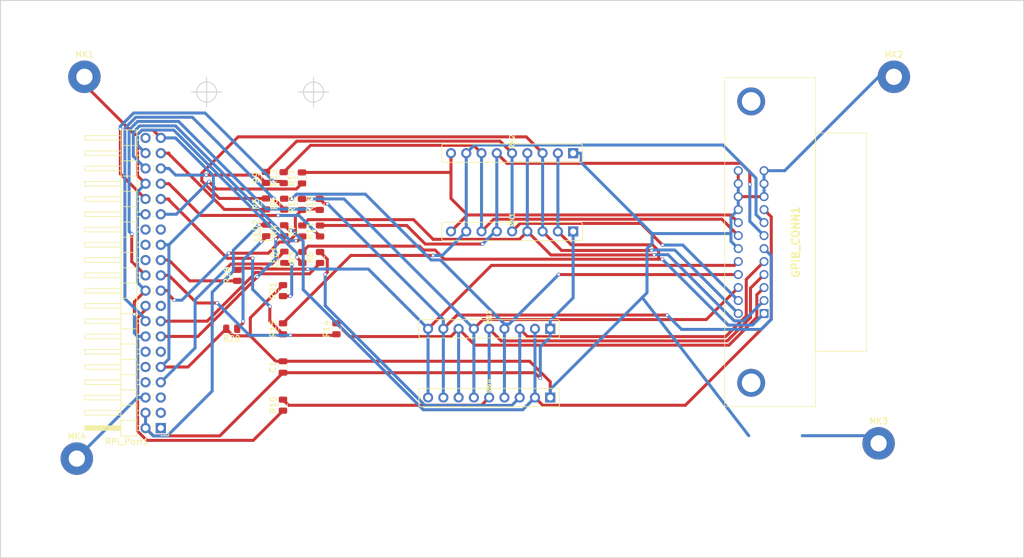
<source format=kicad_pcb>
(kicad_pcb (version 20211014) (generator pcbnew)
  (layers (0 "F.Cu" signal) (31 "B.Cu" signal) (34 "B.Paste" user) (35 "F.Paste" user) (36 "B.SilkS" user "B.Silkscreen") (37 "F.SilkS" user "F.Silkscreen") (38 "B.Mask" user) (39 "F.Mask" user) (44 "Edge.Cuts" user))
  (net 0 "")
  (net 1 "+5V")
  (net 2 "GND")
  (net 3 "/GPIO04")
  (net 4 "Net-(LED1-Pad1)")
  (net 5 "Net-(LED2-Pad1)")
  (net 6 "/DIO01")
  (net 7 "/GPIO20")
  (net 8 "/REN")
  (net 9 "/GPIO27")
  (net 10 "/GPIO26")
  (net 11 "/DIO02")
  (net 12 "/GPIO22")
  (net 13 "/IFC")
  (net 14 "/DIO03")
  (net 15 "/GPIO16")
  (net 16 "/NDAC")
  (net 17 "/GPIO23")
  (net 18 "/GPIO19")
  (net 19 "/DIO04")
  (net 20 "/GPIO24")
  (net 21 "/NRFD")
  (net 22 "/DIO05")
  (net 23 "/GPIO13")
  (net 24 "/DAV")
  (net 25 "/GPIO10")
  (net 26 "/GPIO12")
  (net 27 "/DIO06")
  (net 28 "/GPIO09")
  (net 29 "/EOI")
  (net 30 "/DIO07")
  (net 31 "/GPIO06")
  (net 32 "/ATN")
  (net 33 "/GPIO25")
  (net 34 "/GPIO05")
  (net 35 "/DIO08")
  (net 36 "/GPIO11")
  (net 37 "/SRQ")
  (net 38 "+3V3")
  (net 39 "/GPIO02")
  (net 40 "/GPIO03")
  (net 41 "/GPIO14")
  (net 42 "/GPIO15")
  (net 43 "/GPIO17")
  (net 44 "/GPIO18")
  (net 46 "/GPIO08")
  (net 47 "/GPIO07")
  (net 48 "/ID_SD")
  (net 49 "/ID_SC")
  (net 50 "/GPIO21")
  (footprint "Capacitor_SMD:C_0805_2012Metric" (layer "F.Cu") (at 111.76 106.68 90)
    (fp_text reference "C1")
    (fp_text value "220n")
  )
  (footprint "LED_SMD:LED_0805_2012Metric" (layer "F.Cu") (at 111.98 88.425 90)
    (fp_text reference "LED1")
    (fp_text value "ACT_LED")
  )
  (footprint "LED_SMD:LED_0805_2012Metric" (layer "F.Cu") (at 108.97 83.975 90)
    (fp_text reference "LED2")
    (fp_text value "PWR_LED")
  )
  (footprint "Resistor_SMD:R_0805_2012Metric" (layer "F.Cu") (at 114.975 88.465 90)
    (fp_text reference "R3")
    (fp_text value "100")
  )
  (footprint "Resistor_SMD:R_0805_2012Metric" (layer "F.Cu") (at 111.965 84.015 90)
    (fp_text reference "R4")
    (fp_text value "100")
  )
  (footprint "Resistor_SMD:R_0805_2012Metric" (layer "F.Cu") (at 108.925 79.565 90)
    (fp_text reference "R5")
    (fp_text value "100")
  )
  (footprint "Resistor_SMD:R_0805_2012Metric" (layer "F.Cu") (at 117.925 88.465 90)
    (fp_text reference "R6")
    (fp_text value "100")
  )
  (footprint "Resistor_SMD:R_0805_2012Metric" (layer "F.Cu") (at 114.975 84.055 90)
    (fp_text reference "R7")
    (fp_text value "100")
  )
  (footprint "Resistor_SMD:R_0805_2012Metric" (layer "F.Cu") (at 111.965 79.605 90)
    (fp_text reference "R8")
    (fp_text value "100")
  )
  (footprint "Resistor_SMD:R_0805_2012Metric" (layer "F.Cu") (at 108.925 75.155 90)
    (fp_text reference "R9")
    (fp_text value "100")
  )
  (footprint "Resistor_SMD:R_0805_2012Metric" (layer "F.Cu") (at 111.76 113.03 90)
    (fp_text reference "R10")
    (fp_text value "100")
  )
  (footprint "Resistor_SMD:R_0805_2012Metric" (layer "F.Cu") (at 117.925 84.055 90)
    (fp_text reference "R11")
    (fp_text value "100")
  )
  (footprint "Resistor_SMD:R_0805_2012Metric" (layer "F.Cu") (at 114.915 79.645 90)
    (fp_text reference "R12")
    (fp_text value "100")
  )
  (footprint "Resistor_SMD:R_0805_2012Metric" (layer "F.Cu") (at 111.875 75.195 90)
    (fp_text reference "R13")
    (fp_text value "100")
  )
  (footprint "Resistor_SMD:R_0805_2012Metric" (layer "F.Cu") (at 120.65 100.33 90)
    (fp_text reference "R14")
    (fp_text value "100")
  )
  (footprint "Resistor_SMD:R_0805_2012Metric" (layer "F.Cu") (at 111.76 100.33 90)
    (fp_text reference "R15")
    (fp_text value "100")
  )
  (footprint "Resistor_SMD:R_0805_2012Metric" (layer "F.Cu") (at 117.865 79.645 90)
    (fp_text reference "R16")
    (fp_text value "100")
  )
  (footprint "Resistor_SMD:R_0805_2012Metric" (layer "F.Cu") (at 114.915 75.235 90)
    (fp_text reference "R17")
    (fp_text value "100")
  )
  (footprint "Resistor_SMD:R_0805_2012Metric" (layer "F.Cu") (at 104.14 91.44 90)
    (fp_text reference "R18")
    (fp_text value "100")
  )
  (footprint "Resistor_SMD:R_0805_2012Metric" (layer "F.Cu") (at 103.228 100.33 180)
    (fp_text reference "R20")
    (fp_text value "1k")
  )
  (footprint "Resistor_SMD:R_0805_2012Metric" (layer "F.Cu") (at 111.76 93.98 90)
    (fp_text reference "R21")
    (fp_text value "1k")
  )
  (footprint "Connector_PinHeader_2.54mm:PinHeader_2x20_P2.54mm_Horizontal" (layer "F.Cu") (at 91.44 116.84 180)
    (fp_text reference "RPi_Port1")
    (fp_text value "Raspberry_IO_Port")
  )
  (footprint "Resistors_ThroughHole:Resistor_array_SIP9_3k3" (layer "F.Cu") (at 146.05 100.33 -90)
    (fp_text reference "RN3")
    (fp_text value "3k3")
  )
  (footprint "Resistors_ThroughHole:Resistor_array_SIP9_6k8" (layer "F.Cu") (at 149.86 71.12 -90)
    (fp_text reference "RN2")
    (fp_text value "6k8")
  )
  (footprint "Resistors_ThroughHole:Resistor_array_SIP9_3k3" (layer "F.Cu") (at 149.86 84.138 -90)
    (fp_text reference "RN1")
    (fp_text value "3k3")
  )
  (footprint "MountingHole:MountingHole_2.7mm_M2.5_Pad" (layer "F.Cu") (at 77.47 121.92)
    (fp_text reference "MK4")
    (fp_text value "Mounting_Hole_PAD")
  )
  (footprint "MountingHole:MountingHole_2.7mm_M2.5_Pad" (layer "F.Cu") (at 213.36 58.42)
    (fp_text reference "MK2")
    (fp_text value "Mounting_Hole_PAD")
  )
  (footprint "MountingHole:MountingHole_2.7mm_M2.5_Pad" (layer "F.Cu") (at 78.74 58.42)
    (fp_text reference "MK1")
    (fp_text value "Mounting_Hole_PAD")
  )
  (footprint "Resistors_ThroughHole:Resistor_array_SIP9_6k8" (layer "F.Cu") (at 146.05 111.76 -90)
    (fp_text reference "RN4")
    (fp_text value "6k8")
  )
  (footprint "Connector_Centronics:112024113R001" (layer "F.Cu") (at 191.77 97.79 90)
    (fp_text reference "GPIB_CONN1")
    (fp_text value "CENTRONICS_02X12" hide)
  )
  (footprint "MountingHole:MountingHole_2.7mm_M2.5_Pad" (layer "F.Cu") (at 210.82 119.38)
    (fp_text reference "MK3")
    (fp_text value "Mounting_Hole_PAD")
  )
  (gr_line (start 64.77 45.72) (end 64.77 138.43) (layer "Edge.Cuts") (width 0.15))
  (gr_line (start 234.95 45.72) (end 64.77 45.72) (layer "Edge.Cuts") (width 0.15))
  (gr_line (start 234.95 138.43) (end 234.95 45.72) (layer "Edge.Cuts") (width 0.15))
  (gr_line (start 64.77 138.43) (end 234.95 138.43) (layer "Edge.Cuts") (width 0.15))
  (target plus (at 99.06 60.96) (size 5) (width 0.15) (layer "Edge.Cuts"))
  (target plus (at 116.84 60.96) (size 5) (width 0.15) (layer "Edge.Cuts"))
  (segment (start 153.6353 107.63) (end 154.5568 108.5515) (width 0.5) (layer "F.Cu") (net 1))
  (segment (start 101.2496 118.1404) (end 111.76 107.63) (width 0.5) (layer "F.Cu") (net 1))
  (segment (start 88.9 116.84) (end 90.2004 118.1404) (width 0.5) (layer "F.Cu") (net 1))
  (segment (start 90.2004 118.1404) (end 101.2496 118.1404) (width 0.5) (layer "F.Cu") (net 1))
  (segment (start 108.97 83.0375) (end 107.7317 83.0375) (width 0.5) (layer "F.Cu") (net 1))
  (segment (start 111.76 107.63) (end 153.6353 107.63) (width 0.5) (layer "F.Cu") (net 1))
  (via (at 154.5568 108.5515) (size 0.6) (drill 0.4) (layers "F.Cu" "B.Cu") (net 1))
  (via (at 107.7317 83.0375) (size 0.6) (drill 0.4) (layers "F.Cu" "B.Cu") (net 1))
  (segment (start 88.9 116.84) (end 90.2004 118.1404) (width 0.5) (layer "B.Cu") (net 1))
  (segment (start 88.9 114.3) (end 88.9 116.84) (width 0.5) (layer "B.Cu") (net 1))
  (segment (start 90.2004 118.1404) (end 92.5244 118.1404) (width 0.5) (layer "B.Cu") (net 1))
  (segment (start 92.5244 118.1404) (end 99.989 110.6758) (width 0.5) (layer "B.Cu") (net 1))
  (segment (start 103.5048 90.7398) (end 103.5048 87.2644) (width 0.5) (layer "B.Cu") (net 1))
  (segment (start 156.21 101.6682) (end 154.5569 103.3213) (width 0.5) (layer "B.Cu") (net 1))
  (segment (start 156.21 100.33) (end 156.21 101.6682) (width 0.5) (layer "B.Cu") (net 1))
  (segment (start 154.5569 108.5515) (end 154.5568 108.5515) (width 0.5) (layer "B.Cu") (net 1))
  (segment (start 156.21 98.9918) (end 160.02 95.1818) (width 0.5) (layer "B.Cu") (net 1))
  (segment (start 99.989 94.2556) (end 103.5048 90.7398) (width 0.5) (layer "B.Cu") (net 1))
  (segment (start 99.989 110.6758) (end 99.989 94.2556) (width 0.5) (layer "B.Cu") (net 1))
  (segment (start 156.21 100.33) (end 156.21 98.9918) (width 0.5) (layer "B.Cu") (net 1))
  (segment (start 103.5048 87.2644) (end 107.7317 83.0375) (width 0.5) (layer "B.Cu") (net 1))
  (segment (start 160.02 95.1818) (end 160.02 84.138) (width 0.5) (layer "B.Cu") (net 1))
  (segment (start 154.5569 103.3213) (end 154.5569 108.5515) (width 0.5) (layer "B.Cu") (net 1))
  (segment (start 187.48 74.03) (end 187.48 76.19) (width 0.5) (layer "F.Cu") (net 2))
  (segment (start 187.48 78.35) (end 191.77 78.35) (width 0.5) (layer "F.Cu") (net 2))
  (segment (start 88.3021 67.2797) (end 87.5728 68.009) (width 0.5) (layer "F.Cu") (net 2))
  (segment (start 92.79 78.74) (end 92.79 78.9088) (width 0.5) (layer "F.Cu") (net 2))
  (segment (start 156.21 111.76) (end 156.21 110.4218) (width 0.5) (layer "F.Cu") (net 2))
  (segment (start 91.44 106.68) (end 95.9655 106.68) (width 0.5) (layer "F.Cu") (net 2))
  (segment (start 106.3293 98.4982) (end 106.3293 101.5027) (width 0.5) (layer "F.Cu") (net 2))
  (segment (start 106.3293 101.5027) (end 110.5566 105.73) (width 0.5) (layer "F.Cu") (net 2))
  (segment (start 91.44 68.58) (end 90.1397 67.2797) (width 0.5) (layer "F.Cu") (net 2))
  (segment (start 109.5709 99.0534) (end 111.76 101.2425) (width 0.5) (layer "F.Cu") (net 2))
  (segment (start 110.5566 105.73) (end 111.76 105.73) (width 0.5) (layer "F.Cu") (net 2))
  (segment (start 102.4886 88.6074) (end 106.7047 88.6074) (width 0.5) (layer "F.Cu") (net 2))
  (segment (start 156.21 109.1435) (end 152.7965 105.73) (width 0.5) (layer "F.Cu") (net 2))
  (segment (start 87.5728 68.009) (end 87.5728 74.8728) (width 0.5) (layer "F.Cu") (net 2))
  (segment (start 78.74 59.69) (end 78.74 58.42) (width 0.5) (layer "F.Cu") (net 2))
  (segment (start 92.79 78.9088) (end 102.4886 88.6074) (width 0.5) (layer "F.Cu") (net 2))
  (segment (start 87.0436 95.8364) (end 87.0436 97.9404) (width 0.5) (layer "F.Cu") (net 2))
  (segment (start 156.21 110.4218) (end 156.21 109.1435) (width 0.5) (layer "F.Cu") (net 2))
  (segment (start 88.9 93.98) (end 87.0436 95.8364) (width 0.5) (layer "F.Cu") (net 2))
  (segment (start 95.9655 106.68) (end 102.3155 100.33) (width 0.5) (layer "F.Cu") (net 2))
  (segment (start 152.7965 105.73) (end 111.76 105.73) (width 0.5) (layer "F.Cu") (net 2))
  (segment (start 111.76 93.0675) (end 106.3293 98.4982) (width 0.5) (layer "F.Cu") (net 2))
  (segment (start 103.4882 101.5027) (end 102.3155 100.33) (width 0.5) (layer "F.Cu") (net 2))
  (segment (start 87.059 68.009) (end 78.74 59.69) (width 0.5) (layer "F.Cu") (net 2))
  (segment (start 91.44 78.74) (end 92.79 78.74) (width 0.5) (layer "F.Cu") (net 2))
  (segment (start 87.5728 74.8728) (end 88.9 76.2) (width 0.5) (layer "F.Cu") (net 2))
  (segment (start 109.5709 96.6245) (end 109.5709 99.0534) (width 0.5) (layer "F.Cu") (net 2))
  (segment (start 106.3293 101.5027) (end 103.4882 101.5027) (width 0.5) (layer "F.Cu") (net 2))
  (segment (start 87.5728 68.009) (end 87.059 68.009) (width 0.5) (layer "F.Cu") (net 2))
  (segment (start 90.1397 67.2797) (end 88.3021 67.2797) (width 0.5) (layer "F.Cu") (net 2))
  (via (at 106.7047 88.6074) (size 0.6) (drill 0.4) (layers "F.Cu" "B.Cu") (net 2))
  (via (at 87.0436 97.9404) (size 0.6) (drill 0.4) (layers "F.Cu" "B.Cu") (net 2))
  (via (at 109.5709 96.6245) (size 0.6) (drill 0.4) (layers "F.Cu" "B.Cu") (net 2))
  (segment (start 88.9 101.6) (end 87.5989 101.6) (width 0.5) (layer "B.Cu") (net 2))
  (segment (start 92.79 86.36) (end 100.1843 78.9657) (width 0.5) (layer "B.Cu") (net 2))
  (segment (start 186.2677 84.4887) (end 173.155 84.4887) (width 0.5) (layer "B.Cu") (net 2))
  (segment (start 187.48 76.19) (end 187.48 78.35) (width 0.5) (layer "B.Cu") (net 2))
  (segment (start 87.5989 101.6) (end 87.5989 111.7111) (width 0.5) (layer "B.Cu") (net 2))
  (segment (start 187.48 80.51) (end 186.2677 81.7223) (width 0.5) (layer "B.Cu") (net 2))
  (segment (start 171.5092 95.1226) (end 189.23 118.11) (width 0.5) (layer "B.Cu") (net 2))
  (segment (start 100.1843 74.8843) (end 93.88 68.58) (width 0.5) (layer "B.Cu") (net 2))
  (segment (start 87.0436 97.9404) (end 87.0436 101.0447) (width 0.5) (layer "B.Cu") (net 2))
  (segment (start 210.82 58.42) (end 213.36 58.42) (width 0.5) (layer "B.Cu") (net 2))
  (segment (start 161.3582 71.12) (end 161.3582 72.6919) (width 0.5) (layer "B.Cu") (net 2))
  (segment (start 87.5989 111.7111) (end 87.55 111.76) (width 0.5) (layer "B.Cu") (net 2))
  (segment (start 186.2677 85.7777) (end 187.48 86.99) (width 0.5) (layer "B.Cu") (net 2))
  (segment (start 87.5715 92.6515) (end 88.9 93.98) (width 0.5) (layer "B.Cu") (net 2))
  (segment (start 91.44 86.36) (end 92.79 86.36) (width 0.5) (layer "B.Cu") (net 2))
  (segment (start 191.77 76.19) (end 191.77 78.35) (width 0.5) (layer "B.Cu") (net 2))
  (segment (start 87.5715 77.5285) (end 87.5715 81.28) (width 0.5) (layer "B.Cu") (net 2))
  (segment (start 87.0436 101.0447) (end 87.5989 101.6) (width 0.5) (layer "B.Cu") (net 2))
  (segment (start 88.9 111.76) (end 87.55 111.76) (width 0.5) (layer "B.Cu") (net 2))
  (segment (start 88.9 81.28) (end 87.5715 81.28) (width 0.5) (layer "B.Cu") (net 2))
  (segment (start 92.79 105.33) (end 92.79 86.36) (width 0.5) (layer "B.Cu") (net 2))
  (segment (start 91.44 68.58) (end 92.79 68.58) (width 0.5) (layer "B.Cu") (net 2))
  (segment (start 195.21 74.03) (end 210.82 58.42) (width 0.5) (layer "B.Cu") (net 2))
  (segment (start 100.1843 78.9657) (end 100.1843 74.8843) (width 0.5) (layer "B.Cu") (net 2))
  (segment (start 191.77 74.03) (end 195.21 74.03) (width 0.5) (layer "B.Cu") (net 2))
  (segment (start 171.5092 95.1226) (end 156.21 110.4218) (width 0.5) (layer "B.Cu") (net 2))
  (segment (start 91.44 106.68) (end 92.79 105.33) (width 0.5) (layer "B.Cu") (net 2))
  (segment (start 106.7047 93.7583) (end 109.5709 96.6245) (width 0.5) (layer "B.Cu") (net 2))
  (segment (start 172.3023 94.3295) (end 171.5092 95.1226) (width 0.5) (layer "B.Cu") (net 2))
  (segment (start 106.7047 88.6074) (end 106.7047 93.7583) (width 0.5) (layer "B.Cu") (net 2))
  (segment (start 87.5715 81.28) (end 87.5715 92.6515) (width 0.5) (layer "B.Cu") (net 2))
  (segment (start 173.155 84.4887) (end 173.155 86.1395) (width 0.5) (layer "B.Cu") (net 2))
  (segment (start 173.155 86.1395) (end 172.3023 86.9922) (width 0.5) (layer "B.Cu") (net 2))
  (segment (start 93.88 68.58) (end 92.79 68.58) (width 0.5) (layer "B.Cu") (net 2))
  (segment (start 87.55 111.76) (end 77.47 121.84) (width 0.5) (layer "B.Cu") (net 2))
  (segment (start 187.48 78.35) (end 187.48 80.51) (width 0.5) (layer "B.Cu") (net 2))
  (segment (start 77.47 121.84) (end 77.47 121.92) (width 0.5) (layer "B.Cu") (net 2))
  (segment (start 156.21 111.76) (end 156.21 110.4218) (width 0.5) (layer "B.Cu") (net 2))
  (segment (start 198.12 118.11) (end 209.55 118.11) (width 0.5) (layer "B.Cu") (net 2))
  (segment (start 209.55 118.11) (end 210.82 119.38) (width 0.5) (layer "B.Cu") (net 2))
  (segment (start 88.9 76.2) (end 87.5715 77.5285) (width 0.5) (layer "B.Cu") (net 2))
  (segment (start 186.2677 81.7223) (end 186.2677 84.4887) (width 0.5) (layer "B.Cu") (net 2))
  (segment (start 191.77 74.03) (end 191.77 76.19) (width 0.5) (layer "B.Cu") (net 2))
  (segment (start 161.3582 72.6919) (end 173.155 84.4887) (width 0.5) (layer "B.Cu") (net 2))
  (segment (start 172.3023 86.9922) (end 172.3023 94.3295) (width 0.5) (layer "B.Cu") (net 2))
  (segment (start 160.02 71.12) (end 161.3582 71.12) (width 0.5) (layer "B.Cu") (net 2))
  (segment (start 186.2677 84.4887) (end 186.2677 85.7777) (width 0.5) (layer "B.Cu") (net 2))
  (segment (start 117.0159 84.0584) (end 117.0026 84.0584) (width 0.5) (layer "F.Cu") (net 3))
  (segment (start 91.44 76.2) (end 92.79 76.2) (width 0.5) (layer "F.Cu") (net 3))
  (segment (start 109.9136 89.5539) (end 111.98 87.4875) (width 0.5) (layer "F.Cu") (net 3))
  (segment (start 110.9582 81.4772) (end 98.0672 81.4772) (width 0.5) (layer "F.Cu") (net 3))
  (segment (start 117.925 84.9675) (end 117.0159 84.0584) (width 0.5) (layer "F.Cu") (net 3))
  (segment (start 102.366 90.2932) (end 103.1053 89.5539) (width 0.5) (layer "F.Cu") (net 3))
  (segment (start 98.0672 81.4772) (end 92.79 76.2) (width 0.5) (layer "F.Cu") (net 3))
  (segment (start 103.1053 89.5539) (end 109.9136 89.5539) (width 0.5) (layer "F.Cu") (net 3))
  (via (at 117.0026 84.0584) (size 0.6) (drill 0.4) (layers "F.Cu" "B.Cu") (net 3))
  (via (at 110.9582 81.4772) (size 0.6) (drill 0.4) (layers "F.Cu" "B.Cu") (net 3))
  (via (at 102.366 90.2932) (size 0.6) (drill 0.4) (layers "F.Cu" "B.Cu") (net 3))
  (segment (start 91.44 109.22) (end 97.1424 103.5176) (width 0.5) (layer "B.Cu") (net 3))
  (segment (start 97.1424 103.5176) (end 97.1424 95.5168) (width 0.5) (layer "B.Cu") (net 3))
  (segment (start 114.4214 81.4772) (end 110.9582 81.4772) (width 0.5) (layer "B.Cu") (net 3))
  (segment (start 117.0026 84.0584) (end 114.4214 81.4772) (width 0.5) (layer "B.Cu") (net 3))
  (segment (start 97.1424 95.5168) (end 102.366 90.2932) (width 0.5) (layer "B.Cu") (net 3))
  (segment (start 113.2098 89.6245) (end 112.242 89.6245) (width 0.5) (layer "F.Cu") (net 4))
  (segment (start 112.242 89.6245) (end 111.98 89.3625) (width 0.5) (layer "F.Cu") (net 4))
  (segment (start 111.76 94.8925) (end 112.9857 94.8925) (width 0.5) (layer "F.Cu") (net 4))
  (via (at 113.2098 89.6245) (size 0.6) (drill 0.4) (layers "F.Cu" "B.Cu") (net 4))
  (via (at 112.9857 94.8925) (size 0.6) (drill 0.4) (layers "F.Cu" "B.Cu") (net 4))
  (segment (start 113.2098 89.6245) (end 113.2098 94.6684) (width 0.5) (layer "B.Cu") (net 4))
  (segment (start 113.2098 94.6684) (end 112.9857 94.8925) (width 0.5) (layer "B.Cu") (net 4))
  (segment (start 104.1405 100.33) (end 105.1155 99.355) (width 0.5) (layer "F.Cu") (net 5))
  (segment (start 105.1155 99.355) (end 105.1155 99.0909) (width 0.5) (layer "F.Cu") (net 5))
  (segment (start 108.97 84.9125) (end 108.97 85.0647) (width 0.5) (layer "F.Cu") (net 5))
  (segment (start 108.97 85.0647) (end 108.1488 85.8859) (width 0.5) (layer "F.Cu") (net 5))
  (via (at 108.1488 85.8859) (size 0.6) (drill 0.4) (layers "F.Cu" "B.Cu") (net 5))
  (via (at 105.1155 99.0909) (size 0.6) (drill 0.4) (layers "F.Cu" "B.Cu") (net 5))
  (segment (start 105.1155 88.9192) (end 105.1155 99.0909) (width 0.5) (layer "B.Cu") (net 5))
  (segment (start 108.1488 85.8859) (end 105.1155 88.9192) (width 0.5) (layer "B.Cu") (net 5))
  (segment (start 134.4403 86.5831) (end 115.9444 86.5831) (width 0.5) (layer "F.Cu") (net 6))
  (segment (start 173.2189 86.3599) (end 159.7019 86.3599) (width 0.5) (layer "F.Cu") (net 6))
  (segment (start 174.2331 87.3741) (end 173.2189 86.3599) (width 0.5) (layer "F.Cu") (net 6))
  (segment (start 174.2331 88.7555) (end 174.2331 87.3741) (width 0.5) (layer "F.Cu") (net 6))
  (segment (start 159.7019 86.3599) (end 157.48 84.138) (width 0.5) (layer "F.Cu") (net 6))
  (segment (start 137.0604 87.2306) (end 135.0878 87.2306) (width 0.5) (layer "F.Cu") (net 6))
  (segment (start 174.2331 88.7555) (end 174.8514 88.7555) (width 0.5) (layer "F.Cu") (net 6))
  (segment (start 174.2331 88.7555) (end 138.5853 88.7555) (width 0.5) (layer "F.Cu") (net 6))
  (segment (start 135.0878 87.2306) (end 134.4403 86.5831) (width 0.5) (layer "F.Cu") (net 6))
  (segment (start 138.5853 88.7555) (end 137.0604 87.2306) (width 0.5) (layer "F.Cu") (net 6))
  (segment (start 115.9444 86.5831) (end 114.975 87.5525) (width 0.5) (layer "F.Cu") (net 6))
  (via (at 174.8514 88.7555) (size 0.6) (drill 0.4) (layers "F.Cu" "B.Cu") (net 6))
  (segment (start 157.48 71.12) (end 157.48 84.138) (width 0.5) (layer "B.Cu") (net 6))
  (segment (start 185.812 99.7161) (end 174.8514 88.7555) (width 0.5) (layer "B.Cu") (net 6))
  (segment (start 191.77 97.79) (end 189.8439 99.7161) (width 0.5) (layer "B.Cu") (net 6))
  (segment (start 189.8439 99.7161) (end 185.812 99.7161) (width 0.5) (layer "B.Cu") (net 6))
  (segment (start 114.0396 88.4421) (end 114.975 89.3775) (width 0.5) (layer "F.Cu") (net 7))
  (via (at 114.0396 88.4421) (size 0.6) (drill 0.4) (layers "F.Cu" "B.Cu") (net 7))
  (segment (start 87.5687 68.0302) (end 88.3213 67.2776) (width 0.5) (layer "B.Cu") (net 7))
  (segment (start 88.9 71.12) (end 87.5687 69.7887) (width 0.5) (layer "B.Cu") (net 7))
  (segment (start 93.5845 67.2776) (end 114.0396 87.7327) (width 0.5) (layer "B.Cu") (net 7))
  (segment (start 87.5687 69.7887) (end 87.5687 68.0302) (width 0.5) (layer "B.Cu") (net 7))
  (segment (start 114.0396 87.7327) (end 114.0396 88.4421) (width 0.5) (layer "B.Cu") (net 7))
  (segment (start 88.3213 67.2776) (end 93.5845 67.2776) (width 0.5) (layer "B.Cu") (net 7))
  (segment (start 112.8218 83.9593) (end 111.965 83.1025) (width 0.5) (layer "F.Cu") (net 8))
  (segment (start 192.9704 98.7576) (end 178.6794 113.0486) (width 0.5) (layer "F.Cu") (net 8))
  (segment (start 154.9586 113.0486) (end 153.67 111.76) (width 0.5) (layer "F.Cu") (net 8))
  (segment (start 178.6794 113.0486) (end 154.9586 113.0486) (width 0.5) (layer "F.Cu") (net 8))
  (segment (start 113.0641 83.9593) (end 112.8218 83.9593) (width 0.5) (layer "F.Cu") (net 8))
  (segment (start 191.77 80.51) (end 192.9704 81.7104) (width 0.5) (layer "F.Cu") (net 8))
  (segment (start 192.9704 81.7104) (end 192.9704 98.7576) (width 0.5) (layer "F.Cu") (net 8))
  (via (at 113.0641 83.9593) (size 0.6) (drill 0.4) (layers "F.Cu" "B.Cu") (net 8))
  (segment (start 113.2806 83.9593) (end 113.0641 83.9593) (width 0.5) (layer "B.Cu") (net 8))
  (segment (start 151.6399 113.7901) (end 135.0934 113.7901) (width 0.5) (layer "B.Cu") (net 8))
  (segment (start 153.67 100.33) (end 153.67 111.76) (width 0.5) (layer "B.Cu") (net 8))
  (segment (start 153.67 111.76) (end 151.6399 113.7901) (width 0.5) (layer "B.Cu") (net 8))
  (segment (start 135.0934 113.7901) (end 115.1207 93.8174) (width 0.5) (layer "B.Cu") (net 8))
  (segment (start 115.1207 85.7994) (end 113.2806 83.9593) (width 0.5) (layer "B.Cu") (net 8))
  (segment (start 115.1207 93.8174) (end 115.1207 85.7994) (width 0.5) (layer "B.Cu") (net 8))
  (segment (start 97.6061 101.6) (end 107.5012 91.7049) (width 0.5) (layer "F.Cu") (net 9))
  (segment (start 91.44 101.6) (end 97.6061 101.6) (width 0.5) (layer "F.Cu") (net 9))
  (segment (start 110.5663 85.4217) (end 111.0605 84.9275) (width 0.5) (layer "F.Cu") (net 9))
  (segment (start 111.0605 84.9275) (end 111.965 84.9275) (width 0.5) (layer "F.Cu") (net 9))
  (via (at 107.5012 91.7049) (size 0.6) (drill 0.4) (layers "F.Cu" "B.Cu") (net 9))
  (via (at 110.5663 85.4217) (size 0.6) (drill 0.4) (layers "F.Cu" "B.Cu") (net 9))
  (segment (start 107.5012 91.7049) (end 110.5663 88.6398) (width 0.5) (layer "B.Cu") (net 9))
  (segment (start 110.5663 88.6398) (end 110.5663 85.4217) (width 0.5) (layer "B.Cu") (net 9))
  (segment (start 91.44 71.12) (end 92.79 71.12) (width 0.5) (layer "F.Cu") (net 10))
  (segment (start 92.79 71.12) (end 92.79 71.2639) (width 0.5) (layer "F.Cu") (net 10))
  (segment (start 92.79 71.2639) (end 102.0036 80.4775) (width 0.5) (layer "F.Cu") (net 10))
  (segment (start 102.0036 80.4775) (end 108.925 80.4775) (width 0.5) (layer "F.Cu") (net 10))
  (segment (start 98.2512 75.7346) (end 101.1691 78.6525) (width 0.5) (layer "F.Cu") (net 11))
  (segment (start 154.94 84.138) (end 158.105 87.303) (width 0.5) (layer "F.Cu") (net 11))
  (segment (start 98.2512 74.4539) (end 98.2512 75.7346) (width 0.5) (layer "F.Cu") (net 11))
  (segment (start 104.3002 68.4049) (end 98.2512 74.4539) (width 0.5) (layer "F.Cu") (net 11))
  (segment (start 101.1691 78.6525) (end 108.925 78.6525) (width 0.5) (layer "F.Cu") (net 11))
  (segment (start 152.2249 68.4049) (end 104.3002 68.4049) (width 0.5) (layer "F.Cu") (net 11))
  (segment (start 154.94 71.12) (end 152.2249 68.4049) (width 0.5) (layer "F.Cu") (net 11))
  (segment (start 158.105 87.303) (end 173.0526 87.303) (width 0.5) (layer "F.Cu") (net 11))
  (via (at 173.0526 87.303) (size 0.6) (drill 0.4) (layers "F.Cu" "B.Cu") (net 11))
  (segment (start 154.94 71.12) (end 154.94 84.138) (width 0.5) (layer "B.Cu") (net 11))
  (segment (start 173.1302 87.2254) (end 176.9154 87.2254) (width 0.5) (layer "B.Cu") (net 11))
  (segment (start 173.0526 87.303) (end 173.1302 87.2254) (width 0.5) (layer "B.Cu") (net 11))
  (segment (start 176.9154 87.2254) (end 187.48 97.79) (width 0.5) (layer "B.Cu") (net 11))
  (segment (start 106.7509 91.4647) (end 99.1557 99.0599) (width 0.5) (layer "F.Cu") (net 12))
  (segment (start 108.0411 91.1836) (end 107.8121 90.9546) (width 0.5) (layer "F.Cu") (net 12))
  (segment (start 91.44 99.06) (end 92.79 99.06) (width 0.5) (layer "F.Cu") (net 12))
  (segment (start 99.1557 99.0599) (end 92.79 99.0599) (width 0.5) (layer "F.Cu") (net 12))
  (segment (start 116.1552 91.1836) (end 108.0411 91.1836) (width 0.5) (layer "F.Cu") (net 12))
  (segment (start 107.1904 90.9546) (end 106.7509 91.3941) (width 0.5) (layer "F.Cu") (net 12))
  (segment (start 107.8121 90.9546) (end 107.1904 90.9546) (width 0.5) (layer "F.Cu") (net 12))
  (segment (start 92.79 99.0599) (end 92.79 99.06) (width 0.5) (layer "F.Cu") (net 12))
  (segment (start 117.925 89.3775) (end 117.925 89.4138) (width 0.5) (layer "F.Cu") (net 12))
  (segment (start 106.7509 91.3941) (end 106.7509 91.4647) (width 0.5) (layer "F.Cu") (net 12))
  (segment (start 117.925 89.4138) (end 116.1552 91.1836) (width 0.5) (layer "F.Cu") (net 12))
  (segment (start 118.7868 91.282) (end 119.1296 90.9392) (width 0.5) (layer "F.Cu") (net 13))
  (segment (start 119.1296 88.7571) (end 117.925 87.5525) (width 0.5) (layer "F.Cu") (net 13))
  (segment (start 188.8154 98.1859) (end 185.3748 101.6265) (width 0.5) (layer "F.Cu") (net 13))
  (segment (start 188.8154 92.1046) (end 188.8154 98.1859) (width 0.5) (layer "F.Cu") (net 13))
  (segment (start 185.3748 101.6265) (end 152.4265 101.6265) (width 0.5) (layer "F.Cu") (net 13))
  (segment (start 119.1296 90.9392) (end 119.1296 88.7571) (width 0.5) (layer "F.Cu") (net 13))
  (segment (start 152.4265 101.6265) (end 151.13 100.33) (width 0.5) (layer "F.Cu") (net 13))
  (segment (start 191.77 89.15) (end 188.8154 92.1046) (width 0.5) (layer "F.Cu") (net 13))
  (via (at 118.7868 91.282) (size 0.6) (drill 0.4) (layers "F.Cu" "B.Cu") (net 13))
  (segment (start 151.13 100.33) (end 151.13 111.76) (width 0.5) (layer "B.Cu") (net 13))
  (segment (start 135.3626 113.0665) (end 118.7868 96.4907) (width 0.5) (layer "B.Cu") (net 13))
  (segment (start 151.13 111.76) (end 149.8235 113.0665) (width 0.5) (layer "B.Cu") (net 13))
  (segment (start 118.7868 96.4907) (end 118.7868 91.282) (width 0.5) (layer "B.Cu") (net 13))
  (segment (start 149.8235 113.0665) (end 135.3626 113.0665) (width 0.5) (layer "B.Cu") (net 13))
  (segment (start 156.3153 88.0533) (end 173.4344 88.0533) (width 0.5) (layer "F.Cu") (net 14))
  (segment (start 115.9429 82.1746) (end 133.4605 82.1746) (width 0.5) (layer "F.Cu") (net 14))
  (segment (start 133.4605 82.1746) (end 136.7351 85.4492) (width 0.5) (layer "F.Cu") (net 14))
  (segment (start 152.4 84.138) (end 156.3153 88.0533) (width 0.5) (layer "F.Cu") (net 14))
  (segment (start 114.975 83.1425) (end 115.9429 82.1746) (width 0.5) (layer "F.Cu") (net 14))
  (segment (start 136.7351 85.4492) (end 151.0888 85.4492) (width 0.5) (layer "F.Cu") (net 14))
  (segment (start 151.0888 85.4492) (end 152.4 84.138) (width 0.5) (layer "F.Cu") (net 14))
  (segment (start 173.4344 88.0533) (end 173.4825 88.0052) (width 0.5) (layer "F.Cu") (net 14))
  (via (at 173.4825 88.0052) (size 0.6) (drill 0.4) (layers "F.Cu" "B.Cu") (net 14))
  (segment (start 175.8028 88.0052) (end 186.8133 99.0157) (width 0.5) (layer "B.Cu") (net 14))
  (segment (start 152.4 84.138) (end 152.4 71.12) (width 0.5) (layer "B.Cu") (net 14))
  (segment (start 173.4825 88.0052) (end 175.8028 88.0052) (width 0.5) (layer "B.Cu") (net 14))
  (segment (start 186.8133 99.0157) (end 188.3843 99.0157) (width 0.5) (layer "B.Cu") (net 14))
  (segment (start 188.3843 99.0157) (end 191.77 95.63) (width 0.5) (layer "B.Cu") (net 14))
  (segment (start 113.9061 85.6781) (end 114.2644 85.6781) (width 0.5) (layer "F.Cu") (net 15))
  (segment (start 114.2644 85.6781) (end 114.975 84.9675) (width 0.5) (layer "F.Cu") (net 15))
  (via (at 113.9061 85.6781) (size 0.6) (drill 0.4) (layers "F.Cu" "B.Cu") (net 15))
  (segment (start 112.9755 85.6781) (end 113.9061 85.6781) (width 0.5) (layer "B.Cu") (net 15))
  (segment (start 93.8746 66.5772) (end 112.9755 85.6781) (width 0.5) (layer "B.Cu") (net 15))
  (segment (start 86.8683 71.6283) (end 86.8683 67.6229) (width 0.5) (layer "B.Cu") (net 15))
  (segment (start 86.8683 67.6229) (end 87.914 66.5772) (width 0.5) (layer "B.Cu") (net 15))
  (segment (start 87.914 66.5772) (end 93.8746 66.5772) (width 0.5) (layer "B.Cu") (net 15))
  (segment (start 88.9 73.66) (end 86.8683 71.6283) (width 0.5) (layer "B.Cu") (net 15))
  (segment (start 187.48 91.31) (end 157.61 91.31) (width 0.5) (layer "F.Cu") (net 16))
  (segment (start 112.0301 78.7576) (end 111.965 78.6925) (width 0.5) (layer "F.Cu") (net 16))
  (segment (start 113.2024 78.7576) (end 112.0301 78.7576) (width 0.5) (layer "F.Cu") (net 16))
  (via (at 113.2024 78.7576) (size 0.6) (drill 0.4) (layers "F.Cu" "B.Cu") (net 16))
  (via (at 157.61 91.31) (size 0.6) (drill 0.4) (layers "F.Cu" "B.Cu") (net 16))
  (segment (start 148.59 100.33) (end 148.59 99.5291) (width 0.5) (layer "B.Cu") (net 16))
  (segment (start 114.0202 77.9398) (end 125.4617 77.9398) (width 0.5) (layer "B.Cu") (net 16))
  (segment (start 113.2024 78.7576) (end 114.0202 77.9398) (width 0.5) (layer "B.Cu") (net 16))
  (segment (start 148.59 100.33) (end 148.59 111.76) (width 0.5) (layer "B.Cu") (net 16))
  (segment (start 149.3909 99.5291) (end 148.59 99.5291) (width 0.5) (layer "B.Cu") (net 16))
  (segment (start 125.4617 77.9398) (end 136.4031 88.8812) (width 0.5) (layer "B.Cu") (net 16))
  (segment (start 137.9421 88.8812) (end 148.59 99.5291) (width 0.5) (layer "B.Cu") (net 16))
  (segment (start 136.4031 88.8812) (end 137.9421 88.8812) (width 0.5) (layer "B.Cu") (net 16))
  (segment (start 157.61 91.31) (end 149.3909 99.5291) (width 0.5) (layer "B.Cu") (net 16))
  (segment (start 107.6222 74.7647) (end 99.0015 74.7647) (width 0.5) (layer "F.Cu") (net 18))
  (segment (start 108.925 76.0675) (end 107.6222 74.7647) (width 0.5) (layer "F.Cu") (net 18))
  (via (at 99.0015 74.7647) (size 0.6) (drill 0.4) (layers "F.Cu" "B.Cu") (net 18))
  (segment (start 91.44 73.66) (end 92.79 73.66) (width 0.5) (layer "B.Cu") (net 18))
  (segment (start 93.8947 74.7647) (end 99.0015 74.7647) (width 0.5) (layer "B.Cu") (net 18))
  (segment (start 92.79 73.66) (end 93.8947 74.7647) (width 0.5) (layer "B.Cu") (net 18))
  (segment (start 108.925 74.2425) (end 114.0502 69.1173) (width 0.5) (layer "F.Cu") (net 19))
  (segment (start 147.8573 69.1173) (end 149.86 71.12) (width 0.5) (layer "F.Cu") (net 19))
  (segment (start 151.1935 82.8045) (end 149.86 84.138) (width 0.5) (layer "F.Cu") (net 19))
  (segment (start 171.2883 82.8045) (end 151.1935 82.8045) (width 0.5) (layer "F.Cu") (net 19))
  (segment (start 114.0502 69.1173) (end 147.8573 69.1173) (width 0.5) (layer "F.Cu") (net 19))
  (segment (start 174.8813 86.3975) (end 171.2883 82.8045) (width 0.5) (layer "F.Cu") (net 19))
  (via (at 174.8813 86.3975) (size 0.6) (drill 0.4) (layers "F.Cu" "B.Cu") (net 19))
  (segment (start 178.2475 86.3975) (end 174.8813 86.3975) (width 0.5) (layer "B.Cu") (net 19))
  (segment (start 187.48 95.63) (end 178.2475 86.3975) (width 0.5) (layer "B.Cu") (net 19))
  (segment (start 149.86 71.12) (end 149.86 84.138) (width 0.5) (layer "B.Cu") (net 19))
  (segment (start 144.7568 113.0532) (end 112.6957 113.0532) (width 0.5) (layer "F.Cu") (net 21))
  (segment (start 146.05 111.76) (end 144.7568 113.0532) (width 0.5) (layer "F.Cu") (net 21))
  (segment (start 185.6518 102.34) (end 148.06 102.34) (width 0.5) (layer "F.Cu") (net 21))
  (segment (start 191.77 91.31) (end 189.5157 93.5643) (width 0.5) (layer "F.Cu") (net 21))
  (segment (start 189.5157 98.4761) (end 185.6518 102.34) (width 0.5) (layer "F.Cu") (net 21))
  (segment (start 189.5157 93.5643) (end 189.5157 98.4761) (width 0.5) (layer "F.Cu") (net 21))
  (segment (start 112.6957 113.0532) (end 111.76 112.1175) (width 0.5) (layer "F.Cu") (net 21))
  (segment (start 148.06 102.34) (end 146.05 100.33) (width 0.5) (layer "F.Cu") (net 21))
  (segment (start 146.05 111.76) (end 146.05 100.33) (width 0.5) (layer "B.Cu") (net 21))
  (segment (start 189.4014 74.2498) (end 187.9631 72.8115) (width 0.5) (layer "F.Cu") (net 22))
  (segment (start 132.3405 83.1425) (end 135.431 86.233) (width 0.5) (layer "F.Cu") (net 22))
  (segment (start 187.9631 72.8115) (end 149.0115 72.8115) (width 0.5) (layer "F.Cu") (net 22))
  (segment (start 189.4014 76.3051) (end 189.4014 74.2498) (width 0.5) (layer "F.Cu") (net 22))
  (segment (start 117.925 83.1425) (end 132.3405 83.1425) (width 0.5) (layer "F.Cu") (net 22))
  (segment (start 135.431 86.233) (end 144.9503 86.233) (width 0.5) (layer "F.Cu") (net 22))
  (segment (start 149.0115 72.8115) (end 147.32 71.12) (width 0.5) (layer "F.Cu") (net 22))
  (via (at 189.4014 76.3051) (size 0.6) (drill 0.4) (layers "F.Cu" "B.Cu") (net 22))
  (via (at 144.9503 86.233) (size 0.6) (drill 0.4) (layers "F.Cu" "B.Cu") (net 22))
  (segment (start 147.0453 84.138) (end 144.9503 86.233) (width 0.5) (layer "B.Cu") (net 22))
  (segment (start 189.4014 82.4614) (end 189.4014 76.3051) (width 0.5) (layer "B.Cu") (net 22))
  (segment (start 191.77 84.83) (end 189.4014 82.4614) (width 0.5) (layer "B.Cu") (net 22))
  (segment (start 147.32 84.138) (end 147.0453 84.138) (width 0.5) (layer "B.Cu") (net 22))
  (segment (start 147.32 71.12) (end 147.32 84.138) (width 0.5) (layer "B.Cu") (net 22))
  (segment (start 143.51 100.33) (end 145.0462 98.7938) (width 0.5) (layer "F.Cu") (net 24))
  (segment (start 182.1562 98.7938) (end 187.48 93.47) (width 0.5) (layer "F.Cu") (net 24))
  (segment (start 114.915 78.7325) (end 116.4928 78.7325) (width 0.5) (layer "F.Cu") (net 24))
  (segment (start 145.0462 98.7938) (end 182.1562 98.7938) (width 0.5) (layer "F.Cu") (net 24))
  (via (at 116.4928 78.7325) (size 0.6) (drill 0.4) (layers "F.Cu" "B.Cu") (net 24))
  (segment (start 121.9125 78.7325) (end 116.4928 78.7325) (width 0.5) (layer "B.Cu") (net 24))
  (segment (start 143.51 100.33) (end 143.51 111.76) (width 0.5) (layer "B.Cu") (net 24))
  (segment (start 143.51 100.33) (end 121.9125 78.7325) (width 0.5) (layer "B.Cu") (net 24))
  (segment (start 92.79 91.44) (end 97.3881 96.0381) (width 0.5) (layer "F.Cu") (net 25))
  (segment (start 120.65 101.2425) (end 120.4732 101.4193) (width 0.5) (layer "F.Cu") (net 25))
  (segment (start 120.4732 101.4193) (end 113.0056 101.4193) (width 0.5) (layer "F.Cu") (net 25))
  (segment (start 91.44 91.44) (end 92.79 91.44) (width 0.5) (layer "F.Cu") (net 25))
  (segment (start 97.3881 96.0381) (end 100.8086 96.0381) (width 0.5) (layer "F.Cu") (net 25))
  (via (at 100.8086 96.0381) (size 0.6) (drill 0.4) (layers "F.Cu" "B.Cu") (net 25))
  (via (at 113.0056 101.4193) (size 0.6) (drill 0.4) (layers "F.Cu" "B.Cu") (net 25))
  (segment (start 100.8086 96.0381) (end 106.1898 101.4193) (width 0.5) (layer "B.Cu") (net 25))
  (segment (start 106.1898 101.4193) (end 113.0056 101.4193) (width 0.5) (layer "B.Cu") (net 25))
  (segment (start 110.1848 75.8264) (end 111.5939 75.8264) (width 0.5) (layer "F.Cu") (net 26))
  (segment (start 84.7172 74.5572) (end 84.7172 67.0953) (width 0.5) (layer "F.Cu") (net 26))
  (segment (start 111.5939 75.8264) (end 111.875 76.1075) (width 0.5) (layer "F.Cu") (net 26))
  (segment (start 88.9 78.74) (end 84.7172 74.5572) (width 0.5) (layer "F.Cu") (net 26))
  (via (at 84.7172 67.0953) (size 0.6) (drill 0.4) (layers "F.Cu" "B.Cu") (net 26))
  (via (at 110.1848 75.8264) (size 0.6) (drill 0.4) (layers "F.Cu" "B.Cu") (net 26))
  (segment (start 84.7172 66.6452) (end 84.7172 67.0953) (width 0.5) (layer "B.Cu") (net 26))
  (segment (start 110.1848 75.8264) (end 98.7975 64.4391) (width 0.5) (layer "B.Cu") (net 26))
  (segment (start 86.9233 64.4391) (end 84.7172 66.6452) (width 0.5) (layer "B.Cu") (net 26))
  (segment (start 98.7975 64.4391) (end 86.9233 64.4391) (width 0.5) (layer "B.Cu") (net 26))
  (segment (start 116.3398 69.8177) (end 111.875 74.2825) (width 0.5) (layer "F.Cu") (net 27))
  (segment (start 144.78 71.12) (end 143.4777 69.8177) (width 0.5) (layer "F.Cu") (net 27))
  (segment (start 146.8139 82.1041) (end 184.7541 82.1041) (width 0.5) (layer "F.Cu") (net 27))
  (segment (start 184.7541 82.1041) (end 187.48 84.83) (width 0.5) (layer "F.Cu") (net 27))
  (segment (start 144.78 84.138) (end 146.8139 82.1041) (width 0.5) (layer "F.Cu") (net 27))
  (segment (start 143.4777 69.8177) (end 116.3398 69.8177) (width 0.5) (layer "F.Cu") (net 27))
  (segment (start 144.78 84.138) (end 144.78 71.12) (width 0.5) (layer "B.Cu") (net 27))
  (segment (start 92.79 93.98) (end 92.79 94.6857) (width 0.5) (layer "F.Cu") (net 28))
  (segment (start 111.1772 85.8981) (end 109.3172 87.7581) (width 0.5) (layer "F.Cu") (net 28))
  (segment (start 92.79 94.6857) (end 93.6768 95.5725) (width 0.5) (layer "F.Cu") (net 28))
  (segment (start 91.44 93.98) (end 92.79 93.98) (width 0.5) (layer "F.Cu") (net 28))
  (segment (start 113.8235 84.6996) (end 113.1558 85.3673) (width 0.5) (layer "F.Cu") (net 28))
  (segment (start 113.8235 81.649) (end 113.8235 84.6996) (width 0.5) (layer "F.Cu") (net 28))
  (segment (start 114.915 80.5575) (end 113.8235 81.649) (width 0.5) (layer "F.Cu") (net 28))
  (segment (start 113.1558 85.3673) (end 113.1558 85.461) (width 0.5) (layer "F.Cu") (net 28))
  (segment (start 113.1558 85.461) (end 112.7187 85.8981) (width 0.5) (layer "F.Cu") (net 28))
  (segment (start 112.7187 85.8981) (end 111.1772 85.8981) (width 0.5) (layer "F.Cu") (net 28))
  (segment (start 109.3172 87.7581) (end 102.7545 87.7581) (width 0.5) (layer "F.Cu") (net 28))
  (via (at 102.7545 87.7581) (size 0.6) (drill 0.4) (layers "F.Cu" "B.Cu") (net 28))
  (via (at 93.6768 95.5725) (size 0.6) (drill 0.4) (layers "F.Cu" "B.Cu") (net 28))
  (segment (start 102.7545 87.7581) (end 94.9401 95.5725) (width 0.5) (layer "B.Cu") (net 28))
  (segment (start 94.9401 95.5725) (end 93.6768 95.5725) (width 0.5) (layer "B.Cu") (net 28))
  (segment (start 190.5696 98.4127) (end 185.9312 103.0511) (width 0.5) (layer "F.Cu") (net 29))
  (segment (start 122.8527 101.6202) (end 139.6798 101.6202) (width 0.5) (layer "F.Cu") (net 29))
  (segment (start 120.65 99.4175) (end 122.8527 101.6202) (width 0.5) (layer "F.Cu") (net 29))
  (segment (start 191.77 93.47) (end 190.5696 94.6704) (width 0.5) (layer "F.Cu") (net 29))
  (segment (start 190.5696 94.6704) (end 190.5696 98.4127) (width 0.5) (layer "F.Cu") (net 29))
  (segment (start 185.9312 103.0511) (end 143.6911 103.0511) (width 0.5) (layer "F.Cu") (net 29))
  (segment (start 143.6911 103.0511) (end 140.97 100.33) (width 0.5) (layer "F.Cu") (net 29))
  (segment (start 139.6798 101.6202) (end 140.97 100.33) (width 0.5) (layer "F.Cu") (net 29))
  (segment (start 140.97 111.76) (end 140.97 100.33) (width 0.5) (layer "B.Cu") (net 29))
  (segment (start 123.0466 88.1309) (end 111.76 99.4175) (width 0.5) (layer "F.Cu") (net 30))
  (segment (start 136.7139 88.1309) (end 123.0466 88.1309) (width 0.5) (layer "F.Cu") (net 30))
  (via (at 136.7139 88.1309) (size 0.6) (drill 0.4) (layers "F.Cu" "B.Cu") (net 30))
  (segment (start 190.434 75.2716) (end 184.9267 69.7643) (width 0.5) (layer "B.Cu") (net 30))
  (segment (start 191.77 82.67) (end 190.434 81.334) (width 0.5) (layer "B.Cu") (net 30))
  (segment (start 184.9267 69.7643) (end 143.5957 69.7643) (width 0.5) (layer "B.Cu") (net 30))
  (segment (start 142.24 71.12) (end 142.24 84.138) (width 0.5) (layer "B.Cu") (net 30))
  (segment (start 142.24 84.138) (end 138.2471 88.1309) (width 0.5) (layer "B.Cu") (net 30))
  (segment (start 190.434 81.334) (end 190.434 75.2716) (width 0.5) (layer "B.Cu") (net 30))
  (segment (start 143.5957 69.7643) (end 142.24 71.12) (width 0.5) (layer "B.Cu") (net 30))
  (segment (start 138.2471 88.1309) (end 136.7139 88.1309) (width 0.5) (layer "B.Cu") (net 30))
  (segment (start 118.6637 79.5312) (end 117.865 78.7325) (width 0.5) (layer "F.Cu") (net 32))
  (segment (start 140.7165 98.0435) (end 138.43 100.33) (width 0.5) (layer "F.Cu") (net 32))
  (segment (start 175.6645 98.0435) (end 140.7165 98.0435) (width 0.5) (layer "F.Cu") (net 32))
  (segment (start 119.1476 79.5312) (end 118.6637 79.5312) (width 0.5) (layer "F.Cu") (net 32))
  (via (at 175.6645 98.0435) (size 0.6) (drill 0.4) (layers "F.Cu" "B.Cu") (net 32))
  (via (at 119.1476 79.5312) (size 0.6) (drill 0.4) (layers "F.Cu" "B.Cu") (net 32))
  (segment (start 138.43 98.8136) (end 119.1476 79.5312) (width 0.5) (layer "B.Cu") (net 32))
  (segment (start 138.43 100.33) (end 138.43 98.8136) (width 0.5) (layer "B.Cu") (net 32))
  (segment (start 191.77 86.99) (end 192.9704 88.1904) (width 0.5) (layer "B.Cu") (net 32))
  (segment (start 191.2998 100.4275) (end 178.0485 100.4275) (width 0.5) (layer "B.Cu") (net 32))
  (segment (start 192.9704 88.1904) (end 192.9704 98.7569) (width 0.5) (layer "B.Cu") (net 32))
  (segment (start 192.9704 98.7569) (end 191.2998 100.4275) (width 0.5) (layer "B.Cu") (net 32))
  (segment (start 178.0485 100.4275) (end 175.6645 98.0435) (width 0.5) (layer "B.Cu") (net 32))
  (segment (start 138.43 111.76) (end 138.43 100.33) (width 0.5) (layer "B.Cu") (net 32))
  (segment (start 86.6 89.14) (end 86.6 84.5675) (width 0.5) (layer "F.Cu") (net 33))
  (segment (start 117.722 80.4145) (end 117.865 80.5575) (width 0.5) (layer "F.Cu") (net 33))
  (segment (start 88.9 91.44) (end 86.6 89.14) (width 0.5) (layer "F.Cu") (net 33))
  (segment (start 116.175 80.4145) (end 117.722 80.4145) (width 0.5) (layer "F.Cu") (net 33))
  (via (at 86.6 84.5675) (size 0.6) (drill 0.4) (layers "F.Cu" "B.Cu") (net 33))
  (via (at 116.175 80.4145) (size 0.6) (drill 0.4) (layers "F.Cu" "B.Cu") (net 33))
  (segment (start 108.975 80.4145) (end 116.175 80.4145) (width 0.5) (layer "B.Cu") (net 33))
  (segment (start 94.4033 65.8428) (end 108.975 80.4145) (width 0.5) (layer "B.Cu") (net 33))
  (segment (start 86.6 84.5675) (end 86.168 84.1355) (width 0.5) (layer "B.Cu") (net 33))
  (segment (start 87.5834 65.8428) (end 94.4033 65.8428) (width 0.5) (layer "B.Cu") (net 33))
  (segment (start 86.168 67.2582) (end 87.5834 65.8428) (width 0.5) (layer "B.Cu") (net 33))
  (segment (start 86.168 84.1355) (end 86.168 67.2582) (width 0.5) (layer "B.Cu") (net 33))
  (segment (start 99.434 75.8563) (end 100.6571 77.0794) (width 0.5) (layer "F.Cu") (net 34))
  (segment (start 113.9831 77.0794) (end 114.915 76.1475) (width 0.5) (layer "F.Cu") (net 34))
  (segment (start 100.6571 77.0794) (end 113.9831 77.0794) (width 0.5) (layer "F.Cu") (net 34))
  (via (at 99.434 75.8563) (size 0.6) (drill 0.4) (layers "F.Cu" "B.Cu") (net 34))
  (segment (start 94.0103 81.28) (end 99.434 75.8563) (width 0.5) (layer "B.Cu") (net 34))
  (segment (start 91.44 81.28) (end 94.0103 81.28) (width 0.5) (layer "B.Cu") (net 34))
  (segment (start 139.7 71.12) (end 139.7 74.3225) (width 0.5) (layer "F.Cu") (net 35))
  (segment (start 186.2091 81.3991) (end 142.4389 81.3991) (width 0.5) (layer "F.Cu") (net 35))
  (segment (start 139.7 74.3225) (end 114.915 74.3225) (width 0.5) (layer "F.Cu") (net 35))
  (segment (start 187.48 82.67) (end 186.2091 81.3991) (width 0.5) (layer "F.Cu") (net 35))
  (segment (start 142.4389 81.3991) (end 139.7 84.138) (width 0.5) (layer "F.Cu") (net 35))
  (segment (start 139.7 74.3225) (end 139.7 78.6602) (width 0.5) (layer "F.Cu") (net 35))
  (segment (start 139.7 78.6602) (end 142.4389 81.3991) (width 0.5) (layer "F.Cu") (net 35))
  (segment (start 91.44 88.9) (end 92.79 88.9) (width 0.5) (layer "F.Cu") (net 36))
  (segment (start 96.2425 92.3525) (end 92.79 88.9) (width 0.5) (layer "F.Cu") (net 36))
  (segment (start 104.14 92.3525) (end 96.2425 92.3525) (width 0.5) (layer "F.Cu") (net 36))
  (segment (start 146.4376 89.7824) (end 135.89 100.33) (width 0.5) (layer "F.Cu") (net 37))
  (segment (start 186.8476 89.7824) (end 146.4376 89.7824) (width 0.5) (layer "F.Cu") (net 37))
  (segment (start 187.48 89.15) (end 186.8476 89.7824) (width 0.5) (layer "F.Cu") (net 37))
  (segment (start 115.8824 90.3952) (end 108.2432 90.3952) (width 0.5) (layer "F.Cu") (net 37))
  (segment (start 108.2432 90.3952) (end 108.1023 90.2543) (width 0.5) (layer "F.Cu") (net 37))
  (segment (start 104.4132 90.2543) (end 104.14 90.5275) (width 0.5) (layer "F.Cu") (net 37))
  (segment (start 108.1023 90.2543) (end 104.4132 90.2543) (width 0.5) (layer "F.Cu") (net 37))
  (via (at 115.8824 90.3952) (size 0.6) (drill 0.4) (layers "F.Cu" "B.Cu") (net 37))
  (segment (start 135.89 100.33) (end 125.9552 90.3952) (width 0.5) (layer "B.Cu") (net 37))
  (segment (start 135.89 100.33) (end 135.89 111.76) (width 0.5) (layer "B.Cu") (net 37))
  (segment (start 125.9552 90.3952) (end 115.8824 90.3952) (width 0.5) (layer "B.Cu") (net 37))
  (segment (start 87.5729 98.4723) (end 88.9 97.1452) (width 0.5) (layer "F.Cu") (net 46))
  (segment (start 88.9 97.1452) (end 88.9 96.52) (width 0.5) (layer "F.Cu") (net 46))
  (segment (start 111.76 113.9425) (end 106.8159 118.8866) (width 0.5) (layer "F.Cu") (net 46))
  (segment (start 106.8159 118.8866) (end 89.1073 118.8866) (width 0.5) (layer "F.Cu") (net 46))
  (segment (start 87.5729 117.3522) (end 87.5729 98.4723) (width 0.5) (layer "F.Cu") (net 46))
  (segment (start 89.1073 118.8866) (end 87.5729 117.3522) (width 0.5) (layer "F.Cu") (net 46))
  (segment (start 111.965 80.4269) (end 111.965 80.5175) (width 0.5) (layer "F.Cu") (net 47))
  (segment (start 110.1848 78.6467) (end 111.965 80.4269) (width 0.5) (layer "F.Cu") (net 47))
  (via (at 110.1848 78.6467) (size 0.6) (drill 0.4) (layers "F.Cu" "B.Cu") (net 47))
  (segment (start 85.4676 66.9594) (end 87.2845 65.1425) (width 0.5) (layer "B.Cu") (net 47))
  (segment (start 88.9 99.06) (end 88.9 98.7356) (width 0.5) (layer "B.Cu") (net 47))
  (segment (start 96.6806 65.1425) (end 110.1848 78.6467) (width 0.5) (layer "B.Cu") (net 47))
  (segment (start 87.2845 65.1425) (end 96.6806 65.1425) (width 0.5) (layer "B.Cu") (net 47))
  (segment (start 88.9 98.7356) (end 85.4676 95.3032) (width 0.5) (layer "B.Cu") (net 47))
  (segment (start 85.4676 95.3032) (end 85.4676 66.9594) (width 0.5) (layer "B.Cu") (net 47))
)
</source>
